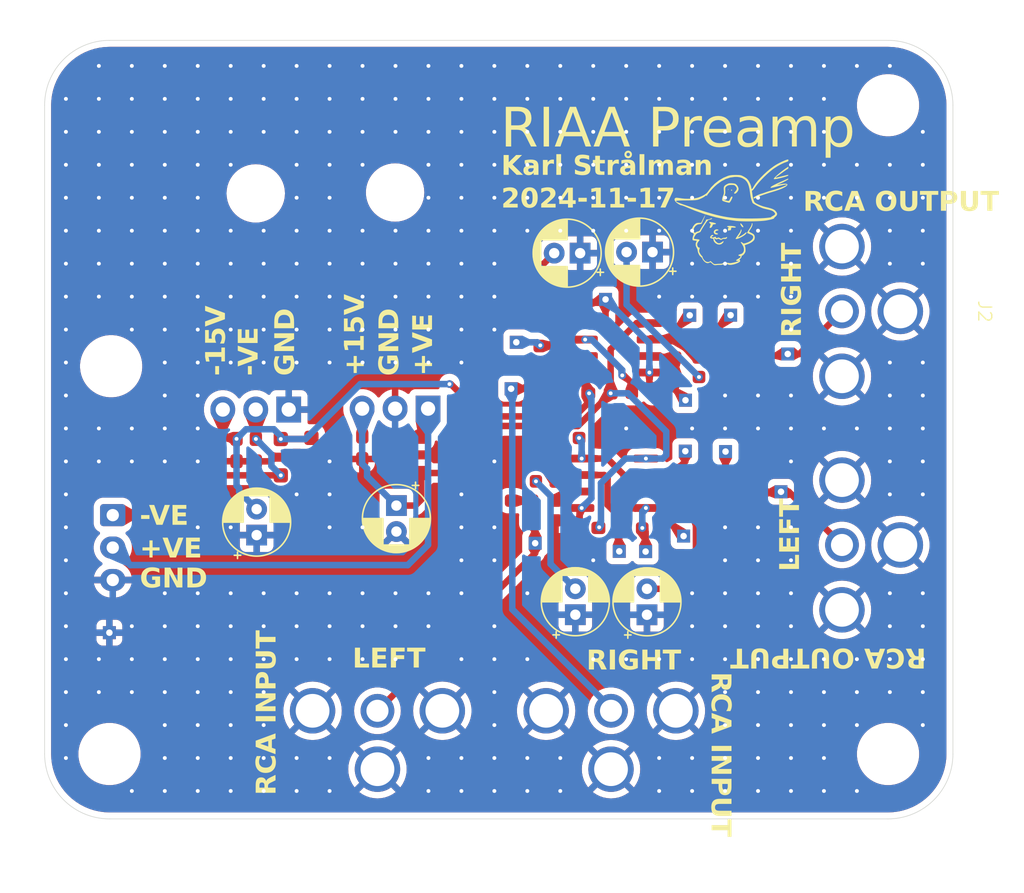
<source format=kicad_pcb>
(kicad_pcb (version 20240108) (generator "pcbnew") (generator_version "8.0")
  (layers (0 "F.Cu" signal) (31 "B.Cu" signal) (34 "B.Paste" user) (35 "F.Paste" user) (36 "B.SilkS" user "B.Silkscreen") (37 "F.SilkS" user "F.Silkscreen") (38 "B.Mask" user) (39 "F.Mask" user) (44 "Edge.Cuts" user))
  (net 0 "")
  (net 1 "/Interfaces/PREAMP_OUT1")
  (net 2 "Net-(C1-Pad1)")
  (net 3 "GND")
  (net 4 "/Interfaces/PREAMP_IN1")
  (net 5 "Net-(C3-Pad1)")
  (net 6 "Net-(U1A--)")
  (net 7 "Net-(C5-Pad2)")
  (net 8 "Net-(C6-Pad2)")
  (net 9 "/RIAA Preamp/-15V")
  (net 10 "/RIAA Preamp/+15V")
  (net 11 "Net-(C11-Pad1)")
  (net 12 "/Interfaces/PREAMP_OUT2")
  (net 13 "/Interfaces/PREAMP_IN2")
  (net 14 "Net-(U2A--)")
  (net 15 "Net-(C10-Pad1)")
  (net 16 "Net-(C12-Pad2)")
  (net 17 "Net-(C13-Pad2)")
  (net 18 "/Interfaces/+VE")
  (net 19 "/Interfaces/-VE")
  (net 20 "Net-(U1A-+)")
  (net 21 "Net-(R2-Pad1)")
  (net 22 "Net-(U1B--)")
  (net 23 "Net-(U1B-+)")
  (net 24 "Net-(U2A-+)")
  (net 25 "Net-(R11-Pad1)")
  (net 26 "Net-(U2B--)")
  (net 27 "Net-(U2B-+)")
  (footprint "TestPoint:TestPoint_THTPad_1.0x1.0mm_Drill0.5mm" (layer "F.Cu") (at 152.08 89.3)
    (property "Reference" "TP7")
    (property "Value" "TestPoint")
  )
  (footprint "Resistor_SMD:R_0603_1608Metric_Pad0.98x0.95mm_HandSolder" (layer "F.Cu") (at 165.22875 90.475)
    (property "Reference" "R3")
    (property "Value" "100k")
  )
  (footprint "Capacitor_SMD:C_0603_1608Metric_Pad1.08x0.95mm_HandSolder" (layer "F.Cu") (at 150.87375 101.505 180)
    (property "Reference" "C9")
    (property "Value" "~")
  )
  (footprint "Capacitor_SMD:C_0603_1608Metric_Pad1.08x0.95mm_HandSolder" (layer "F.Cu") (at 151.11875 91.125 180)
    (property "Reference" "C2")
    (property "Value" "~")
  )
  (footprint "Resistor_SMD:R_0603_1608Metric_Pad0.98x0.95mm_HandSolder" (layer "F.Cu") (at 153.59375 99.1025 90)
    (property "Reference" "R15")
    (property "Value" "4.7k")
  )
  (footprint "Capacitor_SMD:C_0603_1608Metric_Pad1.08x0.95mm_HandSolder" (layer "F.Cu") (at 130.52 97.6025 90)
    (property "Reference" "C19")
    (property "Value" "100n")
  )
  (footprint "Capacitor_SMD:C_0603_1608Metric_Pad1.08x0.95mm_HandSolder" (layer "F.Cu") (at 158.49 93.23)
    (property "Reference" "C7")
    (property "Value" "100n")
  )
  (footprint "TestPoint:TestPoint_THTPad_1.0x1.0mm_Drill0.5mm" (layer "F.Cu") (at 162.04625 105.43)
    (property "Reference" "TP9")
    (property "Value" "TestPoint")
  )
  (footprint "Diode_SMD:D_SOD-123F" (layer "F.Cu") (at 136.29 98.065 90)
    (property "Reference" "D3" (hide yes))
    (property "Value" "1N4002")
  )
  (footprint "Capacitor_SMD:C_0603_1608Metric_Pad1.08x0.95mm_HandSolder" (layer "F.Cu") (at 140.21 97.43 -90)
    (property "Reference" "C16")
    (property "Value" "100n")
  )
  (footprint "PCM_Package_TO_SOT_THT_AKL:TO-220-3_Horizontal_TabUp" (layer "F.Cu") (at 145.28 94.415 180)
    (property "Reference" "U4")
    (property "Value" "L7815" (hide yes))
  )
  (footprint "Diode_SMD:D_SOD-123F" (layer "F.Cu") (at 147.09 98.01 90)
    (property "Reference" "D2" (hide yes))
    (property "Value" "1N4002")
  )
  (footprint "TestPoint:TestPoint_THTPad_1.0x1.0mm_Drill0.5mm" (layer "F.Cu") (at 165.10625 97.69)
    (property "Reference" "TP10")
    (property "Value" "TestPoint")
  )
  (footprint "Capacitor_SMD:C_0603_1608Metric_Pad1.08x0.95mm_HandSolder" (layer "F.Cu") (at 168.34125 99.515)
    (property "Reference" "C11")
    (property "Value" "100n")
  )
  (footprint "Capacitor_THT:CP_Radial_D5.0mm_P2.00mm" (layer "F.Cu") (at 132.07 104.16 90)
    (property "Reference" "C20" (hide yes))
    (property "Value" "10u")
  )
  (footprint "Resistor_SMD:R_0603_1608Metric_Pad0.98x0.95mm_HandSolder" (layer "F.Cu") (at 160.87375 103.645)
    (property "Reference" "R13")
    (property "Value" "180k")
  )
  (footprint "Resistor_SMD:R_0603_1608Metric_Pad0.98x0.95mm_HandSolder" (layer "F.Cu") (at 165.00375 102.505 180)
    (property "Reference" "R16")
    (property "Value" "2.7k")
  )
  (footprint "TestPoint:TestPoint_THTPad_1.0x1.0mm_Drill0.5mm" (layer "F.Cu") (at 173 90.2)
    (property "Reference" "TP5")
    (property "Value" "TestPoint")
  )
  (footprint "Resistor_SMD:R_0603_1608Metric_Pad0.98x0.95mm_HandSolder" (layer "F.Cu") (at 154.38 92.63 180)
    (property "Reference" "R5")
    (property "Value" "47k")
  )
  (footprint "Connector_RCA:RCJ-01_Stereo" (layer "F.Cu") (at 187.68 86.92 -90)
    (property "Reference" "J2")
    (property "Value" "RCA_Output")
  )
  (footprint "Resistor_SMD:R_0603_1608Metric_Pad0.98x0.95mm_HandSolder" (layer "F.Cu") (at 165.25125 88.995)
    (property "Reference" "R2")
    (property "Value" "750")
  )
  (footprint "Capacitor_THT:CP_Radial_D5.0mm_P2.00mm" (layer "F.Cu") (at 162.15 110.3 90)
    (property "Reference" "C13" (hide yes))
    (property "Value" "22u")
  )
  (footprint "TestPoint:TestPoint_THTPad_1.0x1.0mm_Drill0.5mm" (layer "F.Cu") (at 165.44625 87.22)
    (property "Reference" "TP3")
    (property "Value" "TestPoint")
  )
  (footprint "Diode_SMD:D_SOD-123F" (layer "F.Cu") (at 133.93 98.155 -90)
    (property "Reference" "D4" (hide yes))
    (property "Value" "1N4002")
  )
  (footprint "MountingHole:MountingHole_4.3mm_M4_DIN965" (layer "F.Cu") (at 180.73 71.03)
    (property "Reference" "H4")
    (property "Value" "MountingHole")
  )
  (footprint "Capacitor_THT:CP_Radial_D5.0mm_P2.00mm" (layer "F.Cu") (at 157 82.43 180)
    (property "Reference" "C5" (hide yes))
    (property "Value" "22u")
  )
  (footprint "MountingHole:MountingHole_4.3mm_M4_DIN965" (layer "F.Cu") (at 180.73 121.03)
    (property "Reference" "H1")
    (property "Value" "MountingHole")
  )
  (footprint "TestPoint:TestPoint_THTPad_1.0x1.0mm_Drill0.5mm" (layer "F.Cu") (at 160.01625 105.41)
    (property "Reference" "TP14")
    (property "Value" "TestPoint")
  )
  (footprint "Capacitor_SMD:C_0603_1608Metric_Pad1.08x0.95mm_HandSolder" (layer "F.Cu") (at 168.56875 88.995)
    (property "Reference" "C4")
    (property "Value" "100n")
  )
  (footprint "Resistor_SMD:R_0603_1608Metric_Pad0.98x0.95mm_HandSolder" (layer "F.Cu") (at 156.29875 86.255)
    (property "Reference" "R8")
    (property "Value" "10k")
  )
  (footprint "Package_SO:SOIC-8_3.9x4.9mm_P1.27mm" (layer "F.Cu") (at 159.86125 89.725)
    (property "Reference" "U1")
    (property "Value" "NE5532")
  )
  (footprint "Package_SO:SOIC-8_3.9x4.9mm_P1.27mm" (layer "F.Cu") (at 159.59375 100.165)
    (property "Reference" "U2")
    (property "Value" "NE5532")
  )
  (footprint "Capacitor_SMD:C_0603_1608Metric_Pad1.08x0.95mm_HandSolder" (layer "F.Cu") (at 168.56875 90.455)
    (property "Reference" "C1")
    (property "Value" "1u")
  )
  (footprint "Resistor_SMD:R_0603_1608Metric_Pad0.98x0.95mm_HandSolder" (layer "F.Cu") (at 161.89 93.19)
    (property "Reference" "R4")
    (property "Value" "180k")
  )
  (footprint "fluff:kjellc__10x10" (layer "F.Cu") (at 168.03 79.7)
    (property "Reference" "G***" (hide yes))
    (property "Value" "LOGO" (hide yes))
  )
  (footprint "TestPoint:TestPoint_THTPad_1.0x1.0mm_Drill0.5mm" (layer "F.Cu") (at 151.68 92.88)
    (property "Reference" "TP1")
    (property "Value" "TestPoint")
  )
  (footprint "TestPoint:TestPoint_THTPad_1.0x1.0mm_Drill0.5mm" (layer "F.Cu") (at 165.11875 93.765)
    (property "Reference" "TP6")
    (property "Value" "TestPoint")
  )
  (footprint "Capacitor_SMD:C_0603_1608Metric_Pad1.08x0.95mm_HandSolder" (layer "F.Cu") (at 155.11375 99.115 -90)
    (property "Reference" "C10")
    (property "Value" "22n")
  )
  (footprint "Capacitor_THT:CP_Radial_D5.0mm_P2.00mm" (layer "F.Cu") (at 156.63 110.295113 90)
    (property "Reference" "C12" (hide yes))
    (property "Value" "22u" (hide yes))
  )
  (footprint "TestPoint:TestPoint_THTPad_1.0x1.0mm_Drill0.5mm" (layer "F.Cu") (at 168.20625 97.72)
    (property "Reference" "TP11")
    (property "Value" "TestPoint")
  )
  (footprint "Resistor_SMD:R_0603_1608Metric_Pad0.98x0.95mm_HandSolder" (layer "F.Cu") (at 153.87875 88.675 -90)
    (property "Reference" "R6")
    (property "Value" "4.7k")
  )
  (footprint "Connector_RCA:RCJ-01_Stereo" (layer "F.Cu") (at 159.38 128.2 180)
    (property "Reference" "J1" (hide yes))
    (property "Value" "RCA_Input")
  )
  (footprint "Connector_JST:JST_EH_B3B-EH-A_1x03_P2.50mm_Vertical" (layer "F.Cu") (at 120.98 102.62 -90)
    (property "Reference" "J4")
    (property "Value" "Conn_01x03_Socket")
  )
  (footprint "Resistor_SMD:R_0603_1608Metric_Pad0.98x0.95mm_HandSolder" (layer "F.Cu") (at 154.19125 103.025 180)
    (property "Reference" "R14")
    (property "Value" "47k")
  )
  (footprint "MountingHole:MountingHole_4.3mm_M4_DIN965" (layer "F.Cu") (at 120.73 121.03)
    (property "Reference" "H3")
    (property "Value" "MountingHole")
  )
  (footprint "Diode_SMD:D_SOD-123F" (layer "F.Cu") (at 144.75 97.975 -90)
    (property "Reference" "D1" (hide yes))
    (property "Value" "1N4002")
  )
  (footprint "MountingHole:MountingHole_4.3mm_M4_DIN965" (layer "F.Cu") (at 120.856 91.1424)
    (property "Reference" "H2")
    (property "Value" "MountingHole")
  )
  (footprint "TestPoint:TestPoint_THTPad_1.0x1.0mm_Drill0.5mm" (layer "F.Cu") (at 153.53375 104.785)
    (property "Reference" "TP8")
    (property "Value" "TestPoint")
  )
  (footprint "Capacitor_SMD:C_0603_1608Metric_Pad1.08x0.95mm_HandSolder" (layer "F.Cu") (at 157.54375 103.605)
    (property "Reference" "C14")
    (property "Value" "100n")
  )
  (footprint "TestPoint:TestPoint_THTPad_1.0x1.0mm_Drill0.5mm" (layer "F.Cu") (at 172.48 100.82 180)
    (property "Reference" "TP12")
    (property "Value" "TestPoint")
  )
  (footprint "TestPoint:TestPoint_THTPad_1.0x1.0mm_Drill0.5mm" (layer "F.Cu") (at 120.72 111.68 180)
    (property "Reference" "TP15")
    (property "Value" "TestPoint")
  )
  (footprint "Capacitor_THT:CP_Radial_D5.0mm_P2.00mm" (layer "F.Cu") (at 142.84 101.884888 -90)
    (property "Reference" "C17" (hide yes))
    (property "Value" "10u")
  )
  (footprint "TestPoint:TestPoint_THTPad_1.0x1.0mm_Drill0.5mm" (layer "F.Cu") (at 164.97375 104.235)
    (property "Reference" "TP13")
    (property "Value" "TestPoint")
  )
  (footprint "Capacitor_SMD:C_0603_1608Metric_Pad1.08x0.95mm_HandSolder" (layer "F.Cu") (at 142.86 97.43 -90)
    (property "Reference" "C15")
    (property "Value" "100n")
  )
  (footprint "Capacitor_SMD:C_0603_1608Metric_Pad1.08x0.95mm_HandSolder" (layer "F.Cu") (at 132.01 97.6125 90)
    (property "Reference" "C18")
    (property "Value" "100n")
  )
  (footprint "Resistor_SMD:R_0603_1608Metric_Pad0.98x0.95mm_HandSolder" (layer "F.Cu") (at 164.99375 99.505)
    (property "Reference" "R11")
    (property "Value" "750")
  )
  (footprint "Resistor_SMD:R_0603_1608Metric_Pad0.98x0.95mm_HandSolder" (layer "F.Cu") (at 165.24875 91.975 180)
    (property "Reference" "R7")
    (property "Value" "2.7k")
  )
  (footprint "Resistor_SMD:R_0603_1608Metric_Pad0.98x0.95mm_HandSolder" (layer "F.Cu") (at 170.73375 99.96 -90)
    (property "Reference" "R18")
    (property "Value" "100k")
  )
  (footprint "Capacitor_SMD:C_0603_1608Metric_Pad1.08x0.95mm_HandSolder" (layer "F.Cu") (at 168.33375 101.005)
    (property "Reference" "C8")
    (property "Value" "1u")
  )
  (footprint "Resistor_SMD:R_0603_1608Metric_Pad0.98x0.95mm_HandSolder" (layer "F.Cu") (at 171.02 89.42 -90)
    (property "Reference" "R9")
    (property "Value" "100k")
  )
  (footprint "Resistor_SMD:R_0603_1608Metric_Pad0.98x0.95mm_HandSolder" (layer "F.Cu") (at 164.98375 101.005)
    (property "Reference" "R12")
    (property "Value" "100k")
  )
  (footprint "Resistor_SMD:R_0603_1608Metric_Pad0.98x0.95mm_HandSolder" (layer "F.Cu") (at 154.47125 91.115)
    (property "Reference" "R1")
    (property "Value" "2.2k")
  )
  (footprint "Resistor_SMD:R_0603_1608Metric_Pad0.98x0.95mm_HandSolder" (layer "F.Cu") (at 154.20375 101.505)
    (property "Reference" "R10")
    (property "Value" "2.2k")
  )
  (footprint "TestPoint:TestPoint_THTPad_1.0x1.0mm_Drill0.5mm" (layer "F.Cu") (at 158.95875 85.995)
    (property "Reference" "TP2")
    (property "Value" "TestPoint")
  )
  (footprint "Resistor_SMD:R_0603_1608Metric_Pad0.98x0.95mm_HandSolder" (layer "F.Cu") (at 156.00375 96.675)
    (property "Reference" "R17")
    (property "Value" "10k")
  )
  (footprint "PCM_Package_TO_SOT_THT_AKL:TO-220-3_Horizontal_TabUp" (layer "F.Cu") (at 134.54 94.485 180)
    (property "Reference" "U5")
    (property "Value" "L7915" (hide yes))
  )
  (footprint "TestPoint:TestPoint_THTPad_1.0x1.0mm_Drill0.5mm" (layer "F.Cu") (at 168.59625 87.21)
    (property "Reference" "TP4")
    (property "Value" "TestPoint")
  )
  (footprint "Capacitor_SMD:C_0603_1608Metric_Pad1.08x0.95mm_HandSolder" (layer "F.Cu") (at 155.38875 88.675 -90)
    (property "Reference" "C3")
    (property "Value" "22n")
  )
  (footprint "Capacitor_THT:CP_Radial_D5.0mm_P2.00mm" (layer "F.Cu") (at 162.58 82.35 180)
    (property "Reference" "C6" (hide yes))
    (property "Value" "22u")
  )
  (gr_line (start 185.73 71.03) (end 185.73 121.03) (stroke (width 0.05)) (layer "Edge.Cuts"))
  (gr_arc (start 115.73 71.03) (mid 117.194466 67.494466) (end 120.73 66.03) (stroke (width 0.05)) (layer "Edge.Cuts"))
  (gr_line (start 120.73 66.03) (end 180.73 66.03) (stroke (width 0.05)) (layer "Edge.Cuts"))
  (gr_arc (start 120.73 126.03) (mid 117.194466 124.565534) (end 115.73 121.03) (stroke (width 0.05)) (layer "Edge.Cuts"))
  (gr_line (start 180.73 126.03) (end 120.73 126.03) (stroke (width 0.05)) (layer "Edge.Cuts"))
  (gr_arc (start 180.73 66.03) (mid 184.265534 67.494466) (end 185.73 71.03) (stroke (width 0.05)) (layer "Edge.Cuts"))
  (gr_arc (start 185.73 121.03) (mid 184.265534 124.565534) (end 180.73 126.03) (stroke (width 0.05)) (layer "Edge.Cuts"))
  (gr_line (start 115.73 121.03) (end 115.73 71.03) (stroke (width 0.05)) (layer "Edge.Cuts"))
  (gr_text "RCA OUTPUT" (at 183.67 112.66 180) (layer "F.SilkS") (effects (font (size 1.5 1.5) (thickness 0.3) (bold yes)) (justify left bottom)))
  (gr_text "+15V" (at 140.58 91.89 90) (layer "F.SilkS") (effects (font (size 1.5 1.5) (thickness 0.3) (bold yes)) (justify left bottom)))
  (gr_text "-15V" (at 129.88 91.89 90) (layer "F.SilkS") (effects (font (size 1.5 1.5) (thickness 0.3) (bold yes)) (justify left bottom)))
  (gr_text "RIAA Preamp" (at 150.86 74.72 0) (layer "F.SilkS") (effects (font (size 3 3) (thickness 0.1)) (justify left bottom)))
  (gr_text "RIGHT" (at 157.48 114.77 0) (layer "F.SilkS") (effects (font (size 1.5 1.5) (thickness 0.3) (bold yes)) (justify left bottom)))
  (gr_text "LEFT" (at 174.12 106.96 90) (layer "F.SilkS") (effects (font (size 1.5 1.5) (thickness 0.3) (bold yes)) (justify left bottom)))
  (gr_text "LEFT" (at 139.45 114.62 0) (layer "F.SilkS") (effects (font (size 1.5 1.5) (thickness 0.3) (bold yes)) (justify left bottom)))
  (gr_text "-VE" (at 132.4 91.89 90) (layer "F.SilkS") (effects (font (size 1.5 1.5) (thickness 0.3) (bold yes)) (justify left bottom)))
  (gr_text "RCA INPUT" (at 133.78 124.21 90) (layer "F.SilkS") (effects (font (size 1.5 1.5) (thickness 0.3) (bold yes)) (justify left bottom)))
  (gr_text "+VE" (at 123.05 106.14 0) (layer "F.SilkS") (effects (font (size 1.5 1.5) (thickness 0.3) (bold yes)) (justify left bottom)))
  (gr_text "+VE" (at 145.84 91.89 90) (layer "F.SilkS") (effects (font (size 1.5 1.5) (thickness 0.3) (bold yes)) (justify left bottom)))
  (gr_text "GND" (at 123.06 108.45 0) (layer "F.SilkS") (effects (font (size 1.5 1.5) (thickness 0.3) (bold yes)) (justify left bottom)))
  (gr_text "RCA OUTPUT" (at 174.18 79.42 0) (layer "F.SilkS") (effects (font (size 1.5 1.5) (thickness 0.3) (bold yes)) (justify left bottom)))
  (gr_text "GND" (at 135.21 91.89 90) (layer "F.SilkS") (effects (font (size 1.5 1.5) (thickness 0.3) (bold yes)) (justify left bottom)))
  (gr_text "Karl Strålman\n2024-11-17" (at 150.91 79.17 0) (layer "F.SilkS") (effects (font (size 1.5 1.5) (thickness 0.3) (bold yes)) (justify left bottom)))
  (gr_text "-VE" (at 123.05 103.62 0) (layer "F.SilkS") (effects (font (size 1.5 1.5) (thickness 0.3) (bold yes)) (justify left bottom)))
  (gr_text "GND" (at 143.24 91.89 90) (layer "F.SilkS") (effects (font (size 1.5 1.5) (thickness 0.3) (bold yes)) (justify left bottom)))
  (gr_text "RIGHT" (at 174.27 88.93 90) (layer "F.SilkS") (effects (font (size 1.5 1.5) (thickness 0.3) (bold yes)) (justify left bottom)))
  (gr_text "RCA INPUT" (at 166.88 114.7 -90) (layer "F.SilkS") (effects (font (size 1.5 1.5) (thickness 0.3) (bold yes)) (justify left bottom)))
  (segment (start 171.02 90.3325) (end 172.8675 90.3325) (width 0.5) (layer "F.Cu") (net 1))
  (segment (start 173.9 90.2) (end 177.18 86.92) (width 0.5) (layer "F.Cu") (net 1))
  (segment (start 173 90.2) (end 173.9 90.2) (width 0.5) (layer "F.Cu") (net 1))
  (segment (start 169.43125 90.455) (end 170.8975 90.455) (width 0.5) (layer "F.Cu") (net 1))
  (segment (start 167.70625 88.1) (end 168.59625 87.21) (width 0.5) (layer "F.Cu") (net 2))
  (segment (start 167.70625 88.995) (end 166.16375 88.995) (width 0.5) (layer "F.Cu") (net 2))
  (segment (start 167.70625 88.995) (end 167.70625 88.1) (width 0.5) (layer "F.Cu") (net 2))
  (segment (start 167.70625 88.995) (end 167.70625 90.455) (width 0.5) (layer "F.Cu") (net 2))
  (segment (start 171.02 88.5075) (end 169.91875 88.5075) (width 0.5) (layer "F.Cu") (net 3))
  (segment (start 169.20375 99.515) (end 170.26625 99.515) (width 0.5) (layer "F.Cu") (net 3))
  (segment (start 169.91875 88.5075) (end 169.43125 88.995) (width 0.5) (layer "F.Cu") (net 3))
  (segment (start 136.074888 103.38) (end 136.074888 103.015112) (width 0.5) (layer "F.Cu") (net 3))
  (segment (start 170.26625 99.515) (end 170.73375 99.0475) (width 0.5) (layer "F.Cu") (net 3))
  (via (at 130.07 73.08) (size 0.6) (drill 0.3) (layers "F.Cu" "B.Cu") (net 3))
  (via (at 152.93 121.34) (size 0.6) (drill 0.3) (layers "F.Cu" "B.Cu") (net 3))
  (via (at 117.37 85.78) (size 0.6) (drill 0.3) (layers "F.Cu" "B.Cu") (net 3))
  (via (at 170.71 121.34) (size 0.6) (drill 0.3) (layers "F.Cu" "B.Cu") (net 3))
  (via (at 163.09 75.62) (size 0.6) (drill 0.3) (layers "F.Cu" "B.Cu") (net 3))
  (via (at 160.55 80.7) (size 0.6) (drill 0.3) (layers "F.Cu" "B.Cu") (net 3))
  (via (at 160.55 73.08) (size 0.6) (drill 0.3) (layers "F.Cu" "B.Cu") (net 3))
  (via (at 173.25 95.94) (size 0.6) (drill 0.3) (layers "F.Cu" "B.Cu") (net 3))
  (via (at 178.33 68) (size 0.6) (drill 0.3) (layers "F.Cu" "B.Cu") (net 3))
  (via (at 173.25 118.8) (size 0.6) (drill 0.3) (layers "F.Cu" "B.Cu") (net 3))
  (via (at 132.61 80.7) (size 0.6) (drill 0.3) (layers "F.Cu" "B.Cu") (net 3))
  (via (at 152.93 113.72) (size 0.6) (drill 0.3) (layers "F.Cu" "B.Cu") (net 3))
  (via (at 155.47 121.34) (size 0.6) (drill 0.3) (layers "F.Cu" "B.Cu") (net 3))
  (via (at 124.99 113.72) (size 0.6) (drill 0.3) (layers "F.Cu" "B.Cu") (net 3))
  (via (at 168.17 103.56) (size 0.6) (drill 0.3) (layers "F.Cu" "B.Cu") (net 3))
  (via (at 135.15 111.18) (size 0.6) (drill 0.3) (layers "F.Cu" "B.Cu") (net 3))
  (via (at 170.71 113.72) (size 0.6) (drill 0.3) (layers "F.Cu" "B.Cu") (net 3))
  (via (at 124.99 93.4) (size 0.6) (drill 0.3) (layers "F.Cu" "B.Cu") (net 3))
  (via (at 135.15 101.02) (size 0.6) (drill 0.3) (layers "F.Cu" "B.Cu") (net 3))
  (via (at 130.07 68) (size 0.6) (drill 0.3) (layers "F.Cu" "B.Cu") (net 3))
  (via (at 150.39 123.88) (size 0.6) (drill 0.3) (layers "F.Cu" "B.Cu") (net 3))
  (via (at 135.15 88.32) (size 0.6) (drill 0.3) (layers "F.Cu" "B.Cu") (net 3))
  (via (at 124.99 95.94) (size 0.6) (drill 0.3) (layers "F.Cu" "B.Cu") (net 3))
  (via (at 117.37 78.16) (size 0.6) (drill 0.3) (layers "F.Cu" "B.Cu") (net 3))
  (via (at 117.37 103.56) (size 0.6) (drill 0.3) (layers "F.Cu" "B.Cu") (net 3))
  (via (at 175.79 123.88) (size 0.6) (drill 0.3) (layers "F.Cu" "B.Cu") (net 3))
  (via (at 124.99 123.88) (size 0.6) (drill 0.3) (layers "F.Cu" "B.Cu") (net 3))
  (via (at 163.09 85.78) (size 0.6) (drill 0.3) (layers "F.Cu" "B.Cu") (net 3))
  (via (at 183.41 111.18) (size 0.6) (drill 0.3) (layers "F.Cu" "B.Cu") (net 3))
  (via (at 173.25 121.34) (size 0.6) (drill 0.3) (layers "F.Cu" "B.Cu") (net 3))
  (via (at 119.91 116.26) (size 0.6) (drill 0.3) (layers "F.Cu" "B.Cu") (net 3))
  (via (at 150.39 78.16) (size 0.6) (drill 0.3) (layers "F.Cu" "B.Cu") (net 3))
  (via (at 137.69 101.02) (size 0.6) (drill 0.3) (layers "F.Cu" "B.Cu") (net 3))
  (via (at 170.71 83.24) (size 0.6) (drill 0.3) (layers "F.Cu" "B.Cu") (net 3))
  (via (at 132.61 83.24) (size 0.6) (drill 0.3) (layers "F.Cu" "B.Cu") (net 3))
  (via (at 132.61 70.54) (size 0.6) (drill 0.3) (layers "F.Cu" "B.Cu") (net 3))
  (via (at 183.41 108.64) (size 0.6) (drill 0.3) (layers "F.Cu" "B.Cu") (net 3))
  (via (at 152.93 108.64) (size 0.6) (drill 0.3) (layers "F.Cu" "B.Cu") (net 3))
  (via (at 173.25 116.26) (size 0.6) (drill 0.3) (layers "F.Cu" "B.Cu") (net 3))
  (via (at 135.15 75.62) (size 0.6) (drill 0.3) (layers "F.Cu" "B.Cu") (net 3))
  (via (at 117.37 80.7) (size 0.6) (drill 0.3) (layers "F.Cu" "B.Cu") (net 3))
  (via (at 145.31 108.64) (size 0.6) (drill 0.3) (layers "F.Cu" "B.Cu") (net 3))
  (via (at 170.71 78.16) (size 0.6) (drill 0.3) (layers "F.Cu" "B.Cu") (net 3))
  (via (at 117.37 108.64) (size 0.6) (drill 0.3) (layers "F.Cu" "B.Cu") (net 3))
  (via (at 170.71 75.62) (size 0.6) (drill 0.3) (layers "F.Cu" "B.Cu") (net 3))
  (via (at 127.53 118.8) (size 0.6) (drill 0.3) (layers "F.Cu" "B.Cu") (net 3))
  (via (at 119.91 98.48) (size 0.6) (drill 0.3) (layers "F.Cu" "B.Cu") (net 3))
  (via (at 132.61 113.72) (size 0.6) (drill 0.3) (layers "F.Cu" "B.Cu") (net 3))
  (via (at 152.93 70.54) (size 0.6) (drill 0.3) (layers "F.Cu" "B.Cu") (net 3))
  (via (at 132.61 85.78) (size 0.6) (drill 0.3) (layers "F.Cu" "B.Cu") (net 3))
  (via (at 147.85 101.02) (size 0.6) (drill 0.3) (layers "F.Cu" "B.Cu") (net 3))
  (via (at 132.61 111.18) (size 0.6) (drill 0.3) (layers "F.Cu" "B.Cu") (net 3))
  (via (at 135.15 108.64) (size 0.6) (drill 0.3) (layers "F.Cu" "B.Cu") (net 3))
  (via (at 140.23 83.24) (size 0.6) (drill 0.3) (layers "F.Cu" "B.Cu") (net 3))
  (via (at 173.25 78.16) (size 0.6) (drill 0.3) (layers "F.Cu" "B.Cu") (net 3))
  (via (at 135.15 70.54) (size 0.6) (drill 0.3) (layers "F.Cu" "B.Cu") (net 3))
  (via (at 170.71 73.08) (size 0.6) (drill 0.3) (layers "F.Cu" "B.Cu") (net 3))
  (via (at 142.77 90.86) (size 0.6) (drill 0.3) (layers "F.Cu" "B.Cu") (net 3))
  (via (at 117.37 90.86) (size 0.6) (drill 0.3) (layers "F.Cu" "B.Cu") (net 3))
  (via (at 145.31 83.24) (size 0.6) (drill 0.3) (layers "F.Cu" "B.Cu") (net 3))
  (via (at 163.09 70.54) (size 0.6) (drill 0.3) (layers "F.Cu" "B.Cu") (net 3))
  (via (at 127.53 111.18) (size 0.6) (drill 0.3) (layers "F.Cu" "B.Cu") (net 3))
  (via (at 122.45 98.48) (size 0.6) (drill 0.3) (layers "F.Cu" "B.Cu") (net 3))
  (via (at 135.15 73.08) (size 0.6) (drill 0.3) (layers "F.Cu" "B.Cu") (net 3))
  (via (at 145.31 78.16) (size 0.6) (drill 0.3) (layers "F.Cu" "B.Cu") (net 3))
  (via (at 119.91 80.7) (size 0.6) (drill 0.3) (layers "F.Cu" "B.Cu") (net 3))
  (via (at 117.37 106.1) (size 0.6) (drill 0.3) (layers "F.Cu" "B.Cu") (net 3))
  (via (at 178.33 113.72) (size 0.6) (drill 0.3) (layers "F.Cu" "B.Cu") (net 3))
  (via (at 132.61 88.32) (size 0.6) (drill 0.3) (layers "F.Cu" "B.Cu") (net 3))
  (via (at 180.87 90.86) (size 0.6) (drill 0.3) (layers "F.Cu" "B.Cu") (net 3))
  (via (at 117.37 118.8) (size 0.6) (drill 0.3) (layers "F.Cu" "B.Cu") (net 3))
  (via (at 160.55 95.94) (size 0.6) (drill 0.3) (layers "F.Cu" "B.Cu") (net 3))
  (via (at 147.85 88.32) (size 0.6) (drill 0.3) (layers "F.Cu" "B.Cu") (net 3))
  (via (at 142.77 88.32) (size 0.6) (drill 0.3) (layers "F.Cu" "B.Cu") (net 3))
  (via (at 173.25 70.54) (size 0.6) (drill 0.3) (layers "F.Cu" "B.Cu") (net 3))
  (via (at 137.69 111.18) (size 0.6) (drill 0.3) (layers "F.Cu" "B.Cu") (net 3))
  (via (at 137.69 113.72) (size 0.6) (drill 0.3) (layers "F.Cu" "B.Cu") (net 3))
  (via (at 180.87 68) (size 0.6) (drill 0.3) (layers "F.Cu" "B.Cu") (net 3))
  (via (at 178.33 116.26) (size 0.6) (drill 0.3) (layers "F.Cu" "B.Cu") (net 3))
  (via (at 165.63 108.64) (size 0.6) (drill 0.3) (layers "F.Cu" "B.Cu") (net 3))
  (via (at 147.85 75.62) (size 0.6) (drill 0.3) (layers "F.Cu" "B.Cu") (net 3))
  (via (at 168.17 116.26) (size 0.6) (drill 0.3) (layers "F.Cu" "B.Cu") (net 3))
  (via (at 122.45 85.78) (size 0.6) (drill 0.3) (layers "F.Cu" "B.Cu") (net 3))
  (via (at 127.53 73.08) (size 0.6) (drill 0.3) (layers "F.Cu" "B.Cu") (net 3))
  (via (at 124.99 98.48) (size 0.6) (drill 0.3) (layers "F.Cu" "B.Cu") (net 3))
  (via (at 158.01 70.54) (size 0.6) (drill 0.3) (layers "F.Cu" "B.Cu") (net 3))
  (via (at 119.91 85.78) (size 0.6) (drill 0.3) (layers "F.Cu" "B.Cu") (net 3))
  (via (at 127.53 85.78) (size 0.6) (drill 0.3) (layers "F.Cu" "B.Cu") (net 3))
  (via (at 178.33 75.62) (size 0.6) (drill 0.3) (layers "F.Cu" "B.Cu") (net 3))
  (via (at 175.79 95.94) (size 0.6) (drill 0.3) (layers "F.Cu" "B.Cu") (net 3))
  (via (at 165.63 80.7) (size 0.6) (drill 0.3) (layers "F.Cu" "B.Cu") (net 3))
  (via (at 140.23 88.32) (size 0.6) (drill 0.3) (layers "F.Cu" "B.Cu") (net 3))
  (via (at 119.91 95.94) (size 0.6) (drill 0.3) (layers "F.Cu" "B.Cu") (net 3))
  (via (at 117.37 88.32) (size 0.6) (drill 0.3) (layers "F.Cu" "B.Cu") (net 3))
  (via (at 175.79 78.16) (size 0.6) (drill 0.3) (layers "F.Cu" "B.Cu") (net 3))
  (via (at 173.25 73.08) (size 0.6) (drill 0.3) (layers "F.Cu" "B.Cu") (net 3))
  (via (at 175.79 118.8) (size 0.6) (drill 0.3) (layers "F.Cu" "B.Cu") (net 3))
  (via (at 168.17 83.24) (size 0.6) (drill 0.3) (layers "F.Cu" "B.Cu") (net 3))
  (via (at 117.37 121.34) (size 0.6) (drill 0.3) (layers "F.Cu" "B.Cu") (net 3))
  (via (at 124.99 116.26) (size 0.6) (drill 0.3) (layers "F.Cu" "B.Cu") (net 3))
  (via (at 150.39 103.56) (size 0.6) (drill 0.3) (layers "F.Cu" "B.Cu") (net 3))
  (via (at 175.79 68) (size 0.6) (drill 0.3) (layers "F.Cu" "B.Cu") (net 3))
  (via (at 163.09 80.7) (size 0.6) (drill 0.3) (layers "F.Cu" "B.Cu") (net 3))
  (via (at 168.17 106.1) (size 0.6) (drill 0.3) (layers "F.Cu" "B.Cu") (net 3))
  (via (at 180.87 78.16) (size 0.6) (drill 0.3) (layers "F.Cu" "B.Cu") (net 3))
  (via (at 173.25 98.48) (size 0.6) (drill 0.3) (layers "F.Cu" "B.Cu") (net 3))
  (via (at 145.31 90.86) (size 0.6) (drill 0.3) (layers "F.Cu" "B.Cu") (net 3))
  (via (at 145.31 80.7) (size 0.6) (drill 0.3) (layers "F.Cu" "B.Cu") (net 3))
  (via (at 130.07 116.26) (size 0.6) (drill 0.3) (layers "F.Cu" "B.Cu") (net 3))
  (via (at 173.25 88.32) (size 0.6) (drill 0.3) (layers "F.Cu" "B.Cu") (net 3))
  (via (at 158.01 78.16) (size 0.6) (drill 0.3) (layers "F.Cu" "B.Cu") (net 3))
  (via (at 122.45 68) (size 0.6) (drill 0.3) (layers "F.Cu" "B.Cu") (net 3))
  (via (at 150.39 88.32) (size 0.6) (drill 0.3) (layers "F.Cu" "B.Cu") (net 3))
  (via (at 147.85 106.1) (size 0.6) (drill 0.3) (layers "F.Cu" "B.Cu") (net 3))
  (via (at 170.71 118.8) (size 0.6) (drill 0.3) (layers "F.Cu" "B.Cu") (net 3))
  (via (at 142.77 80.7) (size 0.6) (drill 0.3) (layers "F.Cu" "B.Cu") (net 3))
  (via (at 147.85 73.08) (size 0.6) (drill 0.3) (layers "F.Cu" "B.Cu") (net 3))
  (via (at 140.23 111.18) (size 0.6) (drill 0.3) (layers "F.Cu" "B.Cu") (net 3))
  (via (at 165.63 75.62) (size 0.6) (drill 0.3) (layers "F.Cu" "B.Cu") (net 3))
  (via (at 165.63 111.18) (size 0.6) (drill 0.3) (layers "F.Cu" "B.Cu") (net 3))
  (via (at 147.85 83.24) (size 0.6) (drill 0.3) (layers "F.Cu" "B.Cu") (net 3))
  (via (at 122.45 78.16) (size 0.6) (drill 0.3) (layers "F.Cu" "B.Cu") (net 3))
  (via (at 137.69 85.78) (size 0.6) (drill 0.3) (layers "F.Cu" "B.Cu") (net 3))
  (via (at 152.93 75.62) (size 0.6) (drill 0.3) (layers "F.Cu" "B.Cu") (net 3))
  (via (at 124.99 111.18) (size 0.6) (drill 0.3) (layers "F.Cu" "B.Cu") (net 3))
  (via (at 158.01 73.08) (size 0.6) (drill 0.3) (layers "F.Cu" "B.Cu") (net 3))
  (via (at 140.23 90.86) (size 0.6) (drill 0.3) (layers "F.Cu" "B.Cu") (net 3))
  (via (at 124.99 121.34) (size 0.6) (drill 0.3) (layers "F.Cu" "B.Cu") (net 3))
  (via (at 165.63 83.24) (size 0.6) (drill 0.3) (layers "F.Cu" "B.Cu") (net 3))
  (via (at 142.77 70.54) (size 0.6) (drill 0.3) (layers "F.Cu" "B.Cu") (net 3))
  (via (at 183.41 83.24) (size 0.6) (drill 0.3) (layers "F.Cu" "B.Cu") (net 3))
  (via (at 132.61 121.34) (size 0.6) (drill 0.3) (layers "F.Cu" "B.Cu") (net 3))
  (via (at 180.87 116.26) (size 0.6) (drill 0.3) (layers "F.Cu" "B.Cu") (net 3))
  (via (at 178.33 123.88) (size 0.6) (drill 0.3) (layers "F.Cu" "B.Cu") (net 3))
  (via (at 127.53 78.16) (size 0.6) (drill 0.3) (layers "F.Cu" "B.Cu") (net 3))
  (via (at 119.91 73.08) (size 0.6) (drill 0.3) (layers "F.Cu" "B.Cu") (net 3))
  (via (at 137.69 98.48) (size 0.6) (drill 0.3) (layers "F.Cu" "B.Cu") (net 3))
  (via (at 168.17 93.4) (size 0.6) (drill 0.3) (layers "F.Cu" "B.Cu") (net 3))
  (via (at 173.25 113.72) (size 0.6) (drill 0.3) (layers "F.Cu" "B.Cu") (net 3))
  (via (at 155.47 73.08) (size 0.6) (drill 0.3) (layers "F.Cu" "B.Cu") (net 3))
  (via (at 145.31 88.32) (size 0.6) (drill 0.3) (layers "F.Cu" "B.Cu") (net 3))
  (via (at 140.23 70.54) (size 0.6) (drill 0.3) (layers "F.Cu" "B.Cu") (net 3))
  (via (at 150.39 118.8) (size 0.6) (drill 0.3) (layers "F.Cu" "B.Cu") (net 3))
  (via (at 168.17 111.18) (size 0.6) (drill 0.3) (layers "F.Cu" "B.Cu") (net 3))
  (via (at 124.99 85.78) (size 0.6) (drill 0.3) (layers "F.Cu" "B.Cu") (net 3))
  (via (at 130.07 80.7) (size 0.6) (drill 0.3) (layers "F.Cu" "B.Cu") (net 3))
  (via (at 122.45 70.54) (size 0.6) (drill 0.3) (layers "F.Cu" "B.Cu") (net 3))
  (via (at 145.31 123.88) (size 0.6) (drill 0.3) (layers "F.Cu" "B.Cu") (net 3))
  (via (at 124.99 68) (size 0.6) (drill 0.3) (layers "F.Cu" "B.Cu") (net 3))
  (via (at 117.37 113.72) (size 0.6) (drill 0.3) (layers "F.Cu" "B.Cu") (net 3))
  (via (at 135.15 113.72) (size 0.6) (drill 0.3) (layers "F.Cu" "B.Cu") (net 3))
  (via (at 137.69 123.88) (size 0.6) (drill 0.3) (layers "F.Cu" "B.Cu") (net 3))
  (via (at 150.39 68) (size 0.6) (drill 0.3) (layers "F.Cu" "B.Cu") (net 3))
  (via (at 127.53 95.94) (size 0.6) (drill 0.3) (layers "F.Cu" "B.Cu") (net 3))
  (via (at 137.69 75.62) (size 0.6) (drill 0.3) (layers "F.Cu" "B.Cu") (net 3))
  (via (at 145.31 85.78) (size 0.6) (drill 0.3) (layers "F.Cu" "B.Cu") (net 3))
  (via (at 178.33 78.16) (size 0.6) (drill 0.3) (layers "F.Cu" "B.Cu") (net 3))
  (via (at 180.87 111.18) (size 0.6) (drill 0.3) (layers "F.Cu" "B.Cu") (net 3))
  (via (at 168.17 68) (size 0.6) (drill 0.3) (layers "F.Cu" "B.Cu") (net 3))
  (via (at 140.23 80.7) (size 0.6) (drill 0.3) (layers "F.Cu" "B.Cu") (net 3))
  (via (at 173.25 68) (size 0.6) (drill 0.3) (layers "F.Cu" "B.Cu") (net 3))
  (via (at 122.45 73.08) (size 0.6) (drill 0.3) (layers "F.Cu" "B.Cu") (net 3))
  (via (at 180.87 98.48) (size 0.6) (drill 0.3) (layers "F.Cu" "B.Cu") (net 3))
  (via (at 140.23 108.64) (size 0.6) (drill 0.3) (layers "F.Cu" "B.Cu") (net 3))
  (via (at 183.41 98.48) (size 0.6) (drill 0.3) (layers "F.Cu" "B.Cu") (net 3))
  (via (at 152.93 80.7) (size 0.6) (drill 0.3) (layers "F.Cu" "B.Cu") (net 3))
  (via (at 135.15 83.24) (size 0.6) (drill 0.3) (layers "F.Cu" "B.Cu") (net 3))
  (via (at 117.37 98.48) (size 0.6) (drill 0.3) (layers "F.Cu" "B.Cu") (net 3))
  (via (at 119.91 70.54) (size 0.6) (drill 0.3) (layers "F.Cu" "B.Cu") (net 3))
  (via (at 180.87 113.72) (size 0.6) (drill 0.3) (layers "F.Cu" "B.Cu") (net 3))
  (via (at 150.39 106.1) (size 0.6) (drill 0.3) (layers "F.Cu" "B.Cu") (net 3))
  (via (at 145.31 111.18) (size 0.6) (drill 0.3) (layers "F.Cu" "B.Cu") (net 3))
  (via (at 142.77 111.18) (size 0.6) (drill 0.3) (layers "F.Cu" "B.Cu") (net 3))
  (via (at 173.25 75.62) (size 0.6) (drill 0.3) (layers "F.Cu" "B.Cu") (net 3))
  (via (at 155.47 70.54) (size 0.6) (drill 0.3) (layers "F.Cu" "B.Cu") (net 3))
  (via (at 145.31 73.08) (size 0.6) (drill 0.3) (layers "F.Cu" "B.Cu") (net 3))
  (via (at 137.69 103.56) (size 0.6) (drill 0.3) (layers "F.Cu" "B.Cu") (net 3))
  (via (at 142.77 83.24) (size 0.6) (drill 0.3) (layers "F.Cu" "B.Cu") (net 3))
  (via (at 130.07 118.8) (size 0.6) (drill 0.3) (layers "F.Cu" "B.Cu") (net 3))
  (via (at 183.41 80.7) (size 0.6) (drill 0.3) (layers "F.Cu" "B.Cu") (net 3))
  (via (at 130.07 85.78) (size 0.6) (drill 0.3) (layers "F.Cu" "B.Cu") (net 3))
  (via (at 147.85 90.86) (size 0.6) (drill 0.3) (layers "F.Cu" "B.Cu") (net 3))
  (via (at 147.85 80.7) (size 0.6) (drill 0.3) (layers "F.Cu" "B.Cu") (net 3))
  (via (at 145.31 70.54) (size 0.6) (drill 0.3) (layers "F.Cu" "B.Cu") (net 3))
  (via (at 152.93 78.16) (size 0.6) (drill 0.3) (layers "F.Cu" "B.Cu") (net 3))
  (via (at 152.93 68) (size 0.6) (drill 0.3) (layers "F.Cu" "B.Cu") (net 3))
  (via (at 150.39 83.24) (size 0.6) (drill 0.3) (layers "F.Cu" "B.Cu") (net 3))
  (via (at 183.41 113.72) (size 0.6) (drill 0.3) (layers "F.Cu" "B.Cu") (net 3))
  (via (at 124.99 80.7) (size 0.6) (drill 0.3) (layers "F.Cu" "B.Cu") (net 3))
  (via (at 160.55 78.16) (size 0.6) (drill 0.3) (layers "F.Cu" "B.Cu") (net 3))
  (via (at 117.37 93.4) (size 0.6) (drill 0.3) (layers "F.Cu" "B.Cu") (net 3))
  (via (at 160.55 70.54) (size 0.6) (drill 0.3) (layers "F.Cu" "B.Cu") (net 3))
  (via (at 147.85 121.34) (size 0.6) (drill 0.3) (layers "F.Cu" "B.Cu") (net 3))
  (via (at 132.61 73.08) (size 0.6) (drill 0.3) (layers "F.Cu" "B.Cu") (net 3))
  (via (at 158.01 113.72) (size 0.6) (drill 0.3) (layers "F.Cu" "B.Cu") (net 3))
  (via (at 147.85 123.88) (size 0.6) (drill 0.3) (layers "F.Cu" "B.Cu") (net 3))
  (via (at 127.53 88.32) (size 0.6) (drill 0.3) (layers "F.Cu" "B.Cu") (net 3))
  (via (at 158.01 68) (size 0.6) (drill 0.3) (layers "F.Cu" "B.Cu") (net 3))
  (via (at 150.39 121.34) (size 0.6) (drill 0.3) (layers "F.Cu" "B.Cu") (net 3))
  (via (at 180.87 95.94) (size 0.6) (drill 0.3) (layers "F.Cu" "B.Cu") (net 3))
  (via (at 165.63 121.34) (size 0.6) (drill 0.3) (layers "F.Cu" "B.Cu") (net 3))
  (via (at 152.93 73.08) (size 0.6) (drill 0.3) (layers "F.Cu" "B.Cu") (net 3))
  (via (at 168.17 78.16) (size 0.6) (drill 0.3) (layers "F.Cu" "B.Cu") (net 3))
  (via (at 147.85 85.78) (size 0.6) (drill 0.3) (layers "F.Cu" "B.Cu") (net 3))
  (via (at 173.25 106.1) (size 0.6) (drill 0.3) (layers "F.Cu" "B.Cu") (net 3))
  (via (at 127.53 68) (size 0.6) (drill 0.3) (layers "F.Cu" "B.Cu") (net 3))
  (via (at 150.39 73.08) (size 0.6) (drill 0.3) (layers "F.Cu" "B.Cu") (net 3))
  (via (at 124.99 90.86) (size 0.6) (drill 0.3) (layers "F.Cu" "B.Cu") (net 3))
  (via (at 124.99 88.32) (size 0.6) (drill 0.3) (layers "F.Cu" "B.Cu") (net 3))
  (via (at 168.17 85.78) (size 0.6) (drill 0.3) (layers "F.Cu" "B.Cu") (net 3))
  (via (at 137.69 70.54) (size 0.6) (drill 0.3) (layers "F.Cu" "B.Cu") (net 3))
  (via (at 127.53 113.72) (size 0.6) (drill 0.3) (layers "F.Cu" "B.Cu") (net 3))
  (via (at 142.77 85.78) (size 0.6) (drill 0.3) (layers "F.Cu" "B.Cu") (net 3))
  (via (at 180.87 93.4) (size 0.6) (drill 0.3) (layers "F.Cu" "B.Cu") (net 3))
  (via (at 165.63 113.72) (size 0.6) (drill 0.3) (layers "F.Cu" "B.Cu") (net 3))
  (via (at 163.09 123.88) (size 0.6) (drill 0.3) (layers "F.Cu" "B.Cu") (net 3))
  (via (at 117.37 70.54) (size 0.6) (drill 0.3) (layers "F.Cu" "B.Cu") (net 3))
  (via (at 137.69 68) (size 0.6) (drill 0.3) (layers "F.Cu" "B.Cu") (net 3))
  (via (at 160.55 113.72) (size 0.6) (drill 0.3) (layers "F.Cu" "B.Cu") (net 3))
  (via (at 155.47 68) (size 0.6) (drill 0.3) (layers "F.Cu" "B.Cu") (net 3))
  (via (at 127.53 93.4) (size 0.6) (drill 0.3) (layers "F.Cu" "B.Cu") (net 3))
  (via (at 173.25 111.18) (size 0.6) (drill 0.3) (layers "F.Cu" "B.Cu") (net 3))
  (via (at 119.91 83.24) (size 0.6) (drill 0.3) (layers "F.Cu" "B.Cu") (net 3))
  (via (at 183.41 116.26) (size 0.6) (drill 0.3) (layers "F.Cu" "B.Cu") (net 3))
  (via (at 168.17 75.62) (size 0.6) (drill 0.3) (layers "F.Cu" "B.Cu") (net 3))
  (via (at 145.31 121.34) (size 0.6) (drill 0.3) (layers "F.Cu" "B.Cu") (net 3))
  (via (at 130.07 123.88) (size 0.6) (drill 0.3) (layers "F.Cu" "B.Cu") (net 3))
  (via (at 132.61 118.8) (size 0.6) (drill 0.3) (layers "F.Cu" "B.Cu") (net 3))
  (via (at 160.55 75.62) (size 0.6) (drill 0.3) (layers "F.Cu" "B.Cu") (net 3))
  (via (at 137.69 90.86) (size 0.6) (drill 0.3) (layers "F.Cu" "B.Cu") (net 3))
  (via (at 130.07 111.18) (size 0.6) (drill 0.3) (layers "F.Cu" "B.Cu") (net 3))
  (via (at 130.07 75.62) (size 0.6) (drill 0.3) (layers "F.Cu" "B.Cu") (net 3))
  (via (at 183.41 95.94) (size 0.6) (drill 0.3) (layers "F.Cu" "B.Cu") (net 3))
  (via (at 124.99 75.62) (size 0.6) (drill 0.3) (layers "F.Cu" "B.Cu") (net 3))
  (via (at 178.33 95.94) (size 0.6) (drill 0.3) (layers "F.Cu" "B.Cu") (net 3))
  (via (at 163.09 73.08) (size 0.6) (drill 0.3) (layers "F.Cu" "B.Cu") (net 3))
  (via (at 127.53 83.24) (size 0.6) (drill 0.3) (layers "F.Cu" "B.Cu") (net 3))
  (via (at 175.79 121.34) (size 0.6) (drill 0.3) (layers "F.Cu" "B.Cu") (net 3))
  (via (at 168.17 95.94) (size 0.6) (drill 0.3) (layers "F.Cu" "B.Cu") (net 3))
  (via (at 140.23 103.56) (size 0.6) (drill 0.3) (layers "F.Cu" "B.Cu") (net 3))
  (via (at 117.37 111.18) (size 0.6) (drill 0.3) (layers "F.Cu" "B.Cu") (net 3))
  (via (at 147.85 108.64) (size 0.6) (drill 0.3) (layers "F.Cu" "B.Cu") (net 3))
  (via (at 142.77 113.72) (size 0.6) (drill 0.3) (layers "F.Cu" "B.Cu") (net 3))
  (via (at 158.01 106.1) (size 0.6) (drill 0.3) (layers "F.Cu" "B.Cu") (net 3))
  (via (at 132.61 90.86) (size 0.6) (drill 0.3) (layers "F.Cu" "B.Cu") (net 3))
  (via (at 183.41 90.86) (size 0.6) (drill 0.3) (layers "F.Cu" "B.Cu") (net 3))
  (via (at 145.31 75.62) (size 0.6) (drill 0.3) (layers "F.Cu" "B.Cu") (net 3))
  (via (at 150.39 85.78) (size 0.6) (drill 0.3) (layers "F.Cu" "B.Cu") (net 3))
  (via (at 147.85 103.56) (size 0.6) (drill 0.3) (layers "F.Cu" "B.Cu") (net 3))
  (via (at 127.53 108.64) (size 0.6) (drill 0.3) (layers "F.Cu" "B.Cu") (net 3))
  (via (at 173.25 108.64) (size 0.6) (drill 0.3) (layers "F.Cu" "B.Cu") (net 3))
  (via (at 173.25 83.24) (size 0.6) (drill 0.3) (layers "F.Cu" "B.Cu") (net 3))
  (via (at 142.77 73.08) (size 0.6) (drill 0.3) (layers "F.Cu" "B.Cu") (net 3))
  (via (at 163.09 113.72) (size 0.6) (drill 0.3) (layers "F.Cu" "B.Cu") (net 3))
  (via (at 173.25 80.7) (size 0.6) (drill 0.3) (layers "F.Cu" "B.Cu") (net 3))
  (via (at 150.39 111.18) (size 0.6) (drill 0.3) (layers "F.Cu" "B.Cu") (net 3))
  (via (at 180.87 101.02) (size 0.6) (drill 0.3) (layers "F.Cu" "B.Cu") (net 3))
  (via (at 135.15 78.16) (size 0.6) (drill 0.3) (layers "F.Cu" "B.Cu") (net 3))
  (via (at 163.09 121.34) (size 0.6) (drill 0.3) (layers "F.Cu" "B.Cu") (net 3))
  (via (at 170.71 103.56) (size 0.6) (drill 0.3) (layers "F.Cu" "B.Cu") (net 3))
  (via (at 127.53 98.48) (size 0.6) (drill 0.3) (layers "F.Cu" "B.Cu") (net 3))
  (via (at 183.41 75.62) (size 0.6) (drill 0.3) (layers "F.Cu" "B.Cu") (net 3))
  (via (at 152.93 123.88) (size 0.6) (drill 0.3) (layers "F.Cu" "B.Cu") (net 3))
  (via (at 175.79 116.26) (size 0.6) (drill 0.3) (layers "F.Cu" "B.Cu") (net 3))
  (via (at 163.09 68) (size 0.6) (drill 0.3) (layers "F.Cu" "B.Cu") (net 3))
  (via (at 124.99 78.16) (size 0.6) (drill 0.3) (layers "F.Cu" "B.Cu") (net 3))
  (via (at 147.85 78.16) (size 0.6) (drill 0.3) (layers "F.Cu" "B.Cu") (net 3))
  (via (at 132.61 123.88) (size 0.6) (drill 0.3) (layers "F.Cu" "B.Cu") (net 3))
  (via (at 170.71 123.88) (size 0.6) (drill 0.3) (layers "F.Cu" "B.Cu") (net 3))
  (via (at 173.25 103.56) (size 0.6) (drill 0.3) (layers "F.Cu" "B.Cu") (net 3))
  (via (at 137.69 88.32) (size 0.6) (drill 0.3) (layers "F.Cu" "B.Cu") (net 3))
  (via (at 130.07 70.54) (size 0.6) (drill 0.3) (layers "F.Cu" "B.Cu") (net 3))
  (via (at 183.41 93.4) (size 0.6) (drill 0.3) (layers "F.Cu" "B.Cu") (net 3))
  (via (at 132.61 116.26) (size 0.6) (drill 0.3) (layers "F.Cu" "B.Cu") (net 3))
  (via (at 122.45 80.7) (size 0.6) (drill 0.3) (layers "F.Cu" "B.Cu") (net 3))
  (via (at 130.07 121.34) (size 0.6) (drill 0.3) (layers "F.Cu" "B.Cu") (net 3))
  (via (at 130.07 83.24) (size 0.6) (drill 0.3) (layers "F.Cu" "B.Cu") (net 3))
  (via (at 122.45 116.26) (size 0.6) (drill 0.3) (layers "F.Cu" "B.Cu") (net 3))
  (via (at 178.33 118.8) (size 0.6) (drill 0.3) (layers "F.Cu" "B.Cu") (net 3))
  (via (at 124.99 70.54) (size 0.6) (drill 0.3) (layers "F.Cu" "B.Cu") (net 3))
  (via (at 127.53 80.7) (size 0.6) (drill 0.3) (layers "F.Cu" "B.Cu") (net 3))
  (via (at 119.91 68) (size 0.6) (drill 0.3) (layers "F.Cu" "B.Cu") (net 3))
  (via (at 127.53 75.62) (size 0.6) (drill 0.3) (layers "F.Cu" "B.Cu") (net 3))
  (via (at 130.07 88.32) (size 0.6) (drill 0.3) (layers "F.Cu" "B.Cu") (net 3))
  (via (at 130.07 113.72) (size 0.6) (drill 0.3) (layers "F.Cu" "B.Cu") (net 3))
  (via (at 137.69 108.64) (size 0.6) (drill 0.3) (layers "F.Cu" "B.Cu") (net 3))
  (via (at 170.71 95.94) (size 0.6) (drill 0.3) (layers "F.Cu" "B.Cu") (net 3))
  (via (at 150.39 70.54) (size 0.6) (drill 0.3) (layers "F.Cu" "B.Cu") (net 3))
  (via (at 135.15 121.34) (size 0.6) (drill 0.3) (layers "F.Cu" "B.Cu") (net 3))
  (via (at 150.39 80.7) (size 0.6) (drill 0.3) (layers "F.Cu" "B.Cu") (net 3))
  (via (at 150.39 75.62) (size 0.6) (drill 0.3) (layers "F.Cu" "B.Cu") (net 3))
  (via (at 130.07 90.86) (size 0.6) (drill 0.3) (layers "F.Cu" "B.Cu") (net 3))
  (via (at 175.79 113.72) (size 0.6) (drill 0.3) (layers "F.Cu" "B.Cu") (net 3))
  (via (at 119.91 75.62) (size 0.6) (drill 0.3) (layers "F.Cu" "B.Cu") (net 3))
  (via (at 142.77 68) (size 0.6) (drill 0.3) (layers "F.Cu" "B.Cu") (net 3))
  (via (at 170.71 116.26) (size 0.6) (drill 0.3) (layers "F.Cu" "B.Cu") (net 3))
  (via (at 137.69 83.24) (size 0.6) (drill 0.3) (layers "F.Cu" "B.Cu") (net 3))
  (via (at 127.53 70.54) (size 0.6) (drill 0.3) (layers "F.Cu" "B.Cu") (net 3))
  (via (at 117.37 75.62) (size 0.6) (drill 0.3) (layers "F.Cu" "B.Cu") (net 3))
  (via (at 168.17 108.64) (size 0.6) (drill 0.3) (layers "F.Cu" "B.Cu") (net 3))
  (via (at 168.17 70.54) (size 0.6) (drill 0.3) (layers "F.Cu" "B.Cu") (net 3))
  (via (at 155.47 123.88) (size 0.6) (drill 0.3) (layers "F.Cu" "B.Cu") (net 3))
  (via (at 124.99 83.24) (size 0.6) (drill 0.3) (layers "F.Cu" "B.Cu") (net 3))
  (via (at 132.61 68) (size 0.6) (drill 0.3) (layers "F.Cu" "B.Cu") (net 3))
  (via (at 183.41 73.08) (size 0.6) (drill 0.3) (layers "F.Cu" "B.Cu") (net 3))
  (via (at 155.47 80.7) (size 0.6) (drill 0.3) (layers "F.Cu" "B.Cu") (net 3))
  (via (at 124.99 118.8) (size 0.6) (drill 0.3) (layers "F.Cu" "B.Cu") (net 3))
  (via (at 130.07 108.64) (size 0.6) (drill 0.3) (layers "F.Cu" "B.Cu") (net 3))
  (via (at 165.63 95.94) (size 0.6) (drill 0.3) (layers "F.Cu" "B.Cu") (net 3))
  (via (at 140.23 113.72) (size 0.6) (drill 0.3) (layers "F.Cu" "B.Cu") (net 3))
  (via (at 135.15 80.7) (size 0.6) (drill 0.3) (layers "F.Cu" "B.Cu") (net 3))
  (via (at 122.45 123.88) (size 0.6) (drill 0.3) (layers "F.Cu" "B.Cu") (net 3))
  (via (at 168.17 113.72) (size 0.6) (drill 0.3) (layers "F.Cu" "B.Cu") (net 3))
  (via (at 135.15 90.86) (size 0.6) (drill 0.3) (layers "F.Cu" "B.Cu") (net 3))
  (via (at 180.87 83.24) (size 0.6) (drill 0.3) (layers "F.Cu" "B.Cu") (net 3))
  (via (at 173.25 85.78) (size 0.6) (drill 0.3) (layers "F.Cu" "B.Cu") (net 3))
  (via (at 173.25 123.88) (size 0.6) (drill 0.3) (layers "F.Cu" "B.Cu") (net 3))
  (via (at 117.37 73.08) (size 0.6) (drill 0.3) (layers "F.Cu" "B.Cu") (net 3))
  (via (at 122.45 113.72) (size 0.6) (drill 0.3) (layers "F.Cu" "B.Cu") (net 3))
  (via (at 119.91 113.72) (size 0.6) (drill 0.3) (layers "F.Cu" "B.Cu") (net 3))
  (via (at 117.37 101.02) (size 0.6) (drill 0.3) (layers "F.Cu" "B.Cu") (net 3))
  (via (at 132.61 108.64) (size 0.6) (drill 0.3) (layers "F.Cu" "B.Cu") (net 3))
  (via (at 180.87 80.7) (size 0.6) (drill 0.3) (layers "F.Cu" "B.Cu") (net 3))
  (via (at 140.23 73.08) (size 0.6) (drill 0.3) (layers "F.Cu" "B.Cu") (net 3))
  (via (at 117.37 83.24) (size 0.6) (drill 0.3) (layers "F.Cu" "B.Cu") (net 3))
  (via (at 155.47 78.16) (size 0.6) (drill 0.3) (layers "F.Cu" "B.Cu") (net 3))
  (via (at 117.37 116.26) (size 0.6) (drill 0.3) (layers "F.Cu" "B.Cu") (net 3))
  (via (at 170.71 93.4) (size 0.6) (drill 0.3) (layers "F.Cu" "B.Cu") (net 3))
  (via (at 122.45 88.32) (size 0.6) (drill 0.3) (layers "F.Cu" "B.Cu") (net 3))
  (via (at 135.15 123.88) (size 0.6) (drill 0.3) (layers "F.Cu" "B.Cu") (net 3))
  (via (at 135.15 68) (size 0.6) (drill 0.3) (layers "F.Cu" "B.Cu") (net 3))
  (via (at 165.63 68) (size 0.6) (drill 0.3) (layers "F.Cu" "B.Cu") (net 3))
  (via (at 124.99 73.08) (size 0.6) (drill 0.3) (layers "F.Cu" "B.Cu") (net 3))
  (via (at 122.45 111.18) (size 0.6) (drill 0.3) (layers "F.Cu" "B.Cu") (net 3))
  (via (at 147.85 113.72) (size 0.6) (drill 0.3) (layers "F.Cu" "B.Cu") (net 3))
  (via (at 170.71 106.1) (size 0.6) (drill 0.3) (layers "F.Cu" "B.Cu") (net 3))
  (via (at 165.63 85.78) (size 0.6) (drill 0.3) (layers "F.Cu" "B.Cu") (net 3))
  (via (at 135.15 85.78) (size 0.6) (drill 0.3) (layers "F.Cu" "B.Cu") (net 3))
  (via (at 119.91 78.16) (size 0.6) (drill 0.3) (layers "F.Cu" "B.Cu") (net 3))
  (via (at 173.25 93.4) (size 0.6) (drill 0.3) (layers "F.Cu" "B.Cu") (net 3))
  (via (at 142.77 108.64) (size 0.6) (drill 0.3) (layers "F.Cu" "B.Cu") (net 3))
  (via (at 170.71 68) (size 0.6) (drill 0.3) (layers "F.Cu" "B.Cu") (net 3))
  (via (at 168.17 73.08) (size 0.6) (drill 0.3) (layers "F.Cu" "B.Cu") (net 3))
  (via (at 127.53 123.88) (size 0.6) (drill 0.3) (layers "F.Cu" "B.Cu") (net 3))
  (via (at 137.69 80.7) (size 0.6) (drill 0.3) (layers "F.Cu" "B.Cu") (net 3))
  (via (at 160.55 68) (size 0.6) (drill 0.3) (layers "F.Cu" "B.Cu") (net 3))
  (via (at 124.99 108.64) (size 0.6) (drill 0.3) (layers "F.Cu" "B.Cu") (net 3))
  (via (at 150.39 113.72) (size 0.6) (drill 0.3) (layers "F.Cu" "B.Cu") (net 3))
  (via (at 130.07 103.56) (size 0.6) (drill 0.3) (layers "F.Cu" "B.Cu") (net 3))
  (via (at 170.71 70.54) (size 0.6) (drill 0.3) (layers "F.Cu" "B.Cu") (net 3))
  (via (at 147.85 68) (size 0.6) (drill 0.3) (layers "F.Cu" "B.Cu") (net 3))
  (via (at 175.79 70.54) (size 0.6) (drill 0.3) (layers "F.Cu" "B.Cu") (net 3))
  (via (at 175.79 73.08) (size 0.6) (drill 0.3) (layers "F.Cu" "B.Cu") (net 3))
  (via (at 122.45 95.94) (size 0.6) (drill 0.3) (layers "F.Cu" "B.Cu") (net 3))
  (via (at 165.63 73.08) (size 0.6) (drill 0.3) (layers "F.Cu" "B.Cu") (net 3))
  (via (at 175.79 75.62) (size 0.6) (drill 0.3) (layers "F.Cu" "B.Cu") (net 3))
  (via (at 127.53 90.86) (size 0.6) (drill 0.3) (layers "F.Cu" "B.Cu") (net 3))
  (via (at 140.23 75.62) (size 0.6) (drill 0.3) (layers "F.Cu" "B.Cu") (net 3))
  (via (at 183.41 78.16) (size 0.6) (drill 0.3) (layers "F.Cu" "B.Cu") (net 3))
  (via (at 165.63 78.16) (size 0.6) (drill 0.3) (layers "F.Cu" "B.Cu") (net 3))
  (via (at 170.71 80.7) (size 0.6) (drill 0.3) (layers "F.Cu" "B.Cu") (net 3))
  (via (at 170.71 111.18) (size 0.6) (drill 0.3) (layers "F.Cu" "B.Cu") (net 3))
  (via (at 145.31 68) (size 0.6) (drill 0.3) (layers "F.Cu" "B.Cu") (net 3))
  (via (at 137.69 121.34) (size 0.6) (drill 0.3) (layers "F.Cu" "B.Cu") (net 3))
  (via (at 168.17 121.34) (size 0.6) (drill 0.3) (layers "F.Cu" "B.Cu") (net 3))
  (via (at 122.45 83.24) (size 0.6) (drill 0.3) (layers "F.Cu" "B.Cu") (net 3))
  (via (at 168.17 118.8) (size 0.6) (drill 0.3) (layers "F.Cu" "B.Cu") (net 3))
  (via (at 140.23 68) (size 0.6) (drill 0.3) (layers "F.Cu" "B.Cu") (net 3))
  (via (at 140.23 85.78) (size 0.6) (drill 0.3) (layers "F.Cu" "B.Cu") (net 3))
  (via (at 137.69 73.08) (size 0.6) (drill 0.3) (layers "F.Cu" "B.Cu") (net 3))
  (via (at 170.71 85.78) (size 0.6) (drill 0.3) (layers "F.Cu" "B.Cu") (net 3))
  (via (at 155.47 75.62) (size 0.6) (drill 0.3) (layers "F.Cu" "B.Cu") (net 3))
  (via (at 180.87 75.62) (size 0.6) (drill 0.3) (layers "F.Cu" "B.Cu") (net 3))
  (via (at 165.63 123.88) (size 0.6) (drill 0.3) (layers "F.Cu" "B.Cu") (net 3))
  (via (at 158.01 80.7) (size 0.6) (drill 0.3) (layers "F.Cu" "B.Cu") (net 3))
  (via (at 150.39 98.48) (size 0.6) (drill 0.3) (layers "F.Cu" "B.Cu") (net 3))
  (via (at 137.69 78.16) (size 0.6) (drill 0.3) (layers "F.Cu" "B.Cu") (net 3))
  (via (at 122.45 75.62) (size 0.6) (drill 0.3) (layers "F.Cu" "B.Cu") (net 3))
  (via (at 117.37 95.94) (size 0.6) (drill 0.3) (layers "F.Cu" "B.Cu") (net 3))
  (via (at 168.17 123.88) (size 0.6) (drill 0.3) (layers "F.Cu" "B.Cu") (net 3))
  (via (at 183.41 101.02) (size 0.6) (drill 0.3) (layers "F.Cu" "B.Cu") (net 3))
  (via (at 158.01 75.62) (size 0.6) (drill 0.3) (layers "F.Cu" "B.Cu") (net 3))
  (via (at 165.63 70.54) (size 0.6) (drill 0.3) (layers "F.Cu" "B.Cu") (net 3))
  (via (at 127.53 121.34) (size 0.6) (drill 0.3) (layers "F.Cu" "B.Cu") (net 3))
  (via (at 183.41 118.8) (size 0.6) (drill 0.3) (layers "F.Cu" "B.Cu") (net 3))
  (via (at 127.53 103.56) (size 0.6) (drill 0.3) (layers "F.Cu" "B.Cu") (net 3))
  (via (at 163.09 78.16) (size 0.6) (drill 0.3) (layers "F.Cu" "B.Cu") (net 3))
  (via (at 147.85 70.54) (size 0.6) (drill 0.3) (layers "F.Cu" "B.Cu") (net 3))
  (via (at 150.39 116.26) (size 0.6) (drill 0.3) (layers "F.Cu" "B.Cu") (net 3))
  (via (at 170.71 108.64) (size 0.6) (drill 0.3) (layers "F.Cu" "B.Cu") (net 3))
  (via (at 168.17 80.7) (size 0.6) (drill 0.3) (layers "F.Cu" "B.Cu") (net 3))
  (via (at 127.53 116.26) (size 0.6) (drill 0.3) (layers "F.Cu" "B.Cu") (net 3))
  (via (at 180.87 108.64) (size 0.6) (drill 0.3) (layers "F.Cu" "B.Cu") (net 3))
  (segment (start 153.29375 92.88) (end 153.55875 92.615) (width 0.5) (layer "F.Cu") (net 4))
  (segment (start 153.55875 92.615) (end 153.55875 91.115) (width 0.5) (layer "F.Cu") (net 4))
  (segment (start 151.68 92.88) (end 153.29375 92.88) (width 0.5) (layer "F.Cu") (net 4))
  (segment (start 153.55875 91.115) (end 151.99125 91.115) (width 0.5) (layer "F.Cu") (net 4))
  (segment (start 151.77 109.88) (end 151.77 92.97) (width 0.5) (layer "B.Cu") (net 4))
  (segment (start 159.38 117.49) (end 151.77 109.88) (width 0.5) (layer "B.Cu") (net 4))
  (segment (start 155.38875 87.8125) (end 155.38875 86.2575) (width 0.5) (layer "F.Cu") (net 5))
  (segment (start 160.37 91.85) (end 160.9775 92.4575) (width 0.5) (layer "F.Cu") (net 6))
  (segment (start 160.24625 91.85) (end 160.37 91.85) (width 0.5) (layer "F.Cu") (net 6))
  (segment (start 155.87375 89.5375) (end 155.38875 89.5375) (width 0.5) (layer "F.Cu") (net 6))
  (segment (start 157.38625 89.09) (end 156.32125 89.09) (width 0.5) (layer "F.Cu") (net 6))
  (segment (start 155.38875 89.5375) (end 153.92875 89.5375) (width 0.5) (layer "F.Cu") (net 6))
  (segment (start 156.32125 89.09) (end 155.87375 89.5375) (width 0.5) (layer "F.Cu") (net 6))
  (segment (start 160.9775 92.4575) (end 160.9775 93.19) (width 0.5) (layer "F.Cu") (net 6))
  (via (at 153.92875 89.5375) (size 0.6) (drill 0.3) (layers "F.Cu" "B.Cu") (net 6))
  (via (at 160.24625 91.85) (size 0.6) (drill 0.3) (layers "F.Cu" "B.Cu") (net 6))
  (via (at 157.38625 89.09) (size 0.6) (drill 0.3) (layers "F.Cu" "B.Cu") (net 6))
  (segment (start 160.24625 91.85) (end 160.24625 91.44625) (width 0.5) (layer "B.Cu") (net 6))
  (segment (start 153.69125 89.3) (end 153.92875 89.5375) (width 0.5) (layer "B.Cu") (net 6))
  (segment (start 157.89 89.09) (end 157.38625 89.09) (width 0.5) (layer "B.Cu") (net 6))
  (segment (start 160.24625 91.44625) (end 157.89 89.09) (width 0.5) (layer "B.Cu") (net 6))
  (segment (start 152.08 89.3) (end 153.69125 89.3) (width 0.5) (layer "B.Cu") (net 6))
  (segment (start 153.87875 87.7625) (end 153.87875 83.55125) (width 0.5) (layer "F.Cu") (net 7))
  (segment (start 153.87875 83.55125) (end 155 82.43) (width 0.5) (layer "F.Cu") (net 7))
  (via (at 166.16125 91.975) (size 0.6) (drill 0.3) (layers "F.Cu" "B.Cu") (net 8))
  (segment (start 160.58 82.35) (end 160.58 86.39375) (width 0.5) (layer "B.Cu") (net 8))
  (segment (start 160.58 86.39375) (end 166.16125 91.975) (width 0.5) (layer "B.Cu") (net 8))
  (segment (start 147.03 92.52) (end 149.52 95.01) (width 0.5) (layer "F.Cu") (net 9))
  (segment (start 133.93 96.755) (end 136.2 96.755) (width 0.5) (layer "F.Cu") (net 9))
  (segment (start 157.38625 92.98875) (end 157.6275 93.23) (width 0.5) (layer "F.Cu") (net 9))
  (segment (start 129.89 96.74) (end 130.52 96.74) (width 0.5) (layer "F.Cu") (net 9))
  (segment (start 157.38625 91.63) (end 157.38625 92.98875) (width 0.5) (layer "F.Cu") (net 9))
  (segment (start 156.58255 95.01) (end 157.6275 93.96505) (width 0.5) (layer "F.Cu") (net 9))
  (segment (start 146.93 92.52) (end 147.03 92.52) (width 0.5) (layer "F.Cu") (net 9))
  (segment (start 157.6275 93.96505) (end 157.6275 93.23) (width 0.5) (layer "F.Cu") (net 9))
  (segment (start 129.46 96.31) (end 129.89 96.74) (width 0.5) (layer "F.Cu") (net 9))
  (segment (start 156.95625 102.2325) (end 156.95625 103.33) (width 0.5) (layer "F.Cu") (net 9))
  (segment (start 129.46 94.485) (end 129.46 96.31) (width 0.5) (layer "F.Cu") (net 9))
  (segment (start 149.52 95.01) (end 156.58255 95.01) (width 0.5) (layer "F.Cu") (net 9))
  (via (at 133.93 96.755) (size 0.6) (drill 0.3) (layers "F.Cu" "B.Cu") (net 9))
  (via (at 146.93 92.52) (size 0.6) (drill 0.3) (layers "F.Cu" "B.Cu") (net 9))
  (via (at 157.69 93.23) (size 0.6) (drill 0.3) (layers "F.Cu" "B.Cu") (net 9))
  (via (at 157.11875 102.07) (size 0.6) (drill 0.3) (layers "F.Cu" "B.Cu") (net 9))
  (via (at 130.52 96.74) (size 0.6) (drill 0.3) (layers "F.Cu" "B.Cu") (net 9))
  (segment (start 133.93 96.536034) (end 133.93 96.755) (width 0.5) (layer "B.Cu") (net 9))
  (segment (start 146.93 92.52) (end 140.064065 92.52) (width 0.5) (layer "B.Cu") (net 9))
  (segment (start 135.829065 96.755) (end 133.93 96.755) (width 0.5) (layer "B.Cu") (net 9))
  (segment (start 130.72 100.54) (end 130.52 100.34) (width 0.5) (layer "B.Cu") (net 9))
  (segment (start 131.26 96) (end 130.52 96.74) (width 0.5) (layer "B.Cu") (net 9))
  (segment (start 157.86875 101.32) (end 157.86875 93.40875) (width 0.5) (layer "B.Cu") (net 9))
  (segment (start 130.72 100.81) (end 130.72 100.54) (width 0.5) (layer "B.Cu") (net 9))
  (segment (start 132.07 102.16) (end 130.72 100.81) (width 0.5) (layer "B.Cu") (net 9))
  (segment (start 157.86875 93.40875) (end 157.69 93.23) (width 0.5) (layer "B.Cu") (net 9))
  (segment (start 130.52 100.34) (end 130.52 96.74) (width 0.5) (layer "B.Cu") (net 9))
  (segment (start 133.393966 96) (end 131.26 96) (width 0.5) (layer "B.Cu") (net 9))
  (segment (start 140.064065 92.52) (end 135.829065 96.755) (width 0.5) (layer "B.Cu") (net 9))
  (segment (start 157.11875 102.07) (end 157.86875 101.32) (width 0.5) (layer "B.Cu") (net 9))
  (segment (start 133.393966 96) (end 133.93 96.536034) (width 0.5) (layer "B.Cu") (net 9))
  (segment (start 140.2 94.415) (end 140.2 96.5575) (width 0.5) (layer "F.Cu") (net 10))
  (segment (start 150.75 95.75) (end 156.8325 95.75) (width 0.5) (layer "F.Cu") (net 10))
  (segment (start 144.75 101.43) (end 144.75 99.375) (width 0.5) (layer "F.Cu") (net 10))
  (segment (start 159.3525 89.828751) (end 161.361251 87.82) (width 0.5) (layer "F.Cu") (net 10))
  (segment (start 142.84 101.884888) (end 144.295112 101.884888) (width 0.5) (layer "F.Cu") (net 10))
  (segment (start 163.43 87.82) (end 162.33625 87.82) (width 0.5) (layer "F.Cu") (net 10))
  (segment (start 144.295112 101.884888) (end 144.75 101.43) (width 0.5) (layer "F.Cu") (net 10))
  (segment (start 156.8325 95.75) (end 159.3525 93.23) (width 0.5) (layer "F.Cu") (net 10))
  (segment (start 161.361251 87.82) (end 162.33625 87.82) (width 0.5) (layer "F.Cu") (net 10))
  (segment (start 159.3525 93.23) (end 159.3525 89.828751) (width 0.5) (layer "F.Cu") (net 10))
  (segment (start 147.09 99.41) (end 150.75 95.75) (width 0.5) (layer "F.Cu") (net 10))
  (segment (start 144.75 99.375) (end 147.055 99.375) (width 0.5) (layer "F.Cu") (net 10))
  (via (at 158.46625 103.555) (size 0.6) (drill 0.3) (layers "F.Cu" "B.Cu") (net 10))
  (via (at 159.3525 93.23) (size 0.6) (drill 0.3) (layers "F.Cu" "B.Cu") (net 10))
  (via (at 162.06875 98.26) (size 0.6) (drill 0.3) (layers "F.Cu" "B.Cu") (net 10))
  (segment (start 140.58 99.04) (end 140.2 98.66) (width 0.5) (layer "B.Cu") (net 10))
  (segment (start 160.69 93.23) (end 159.3525 93.23) (width 0.5) (layer "B.Cu") (net 10))
  (segment (start 158.46625 103.555) (end 158.60625 103.415) (width 0.2) (layer "B.Cu") (net 10))
  (segment (start 163.37 98.26) (end 163.64 97.99) (width 0.5) (layer "B.Cu") (net 10))
  (segment (start 163.64 96.18) (end 160.69 93.23) (width 0.5) (layer "B.Cu") (net 10))
  (segment (start 142.84 101.884888) (end 140.58 99.624888) (width 0.5) (layer "B.Cu") (net 10))
  (segment (start 158.60625 103.415) (end 158.60625 100.145) (width 0.5) (layer "B.Cu") (net 10))
  (segment (start 158.60625 100.145) (end 160.49125 98.26) (width 0.5) (layer "B.Cu") (net 10))
  (segment (start 140.2 98.66) (end 140.2 94.415) (width 0.5) (layer "B.Cu") (net 10))
  (segment (start 160.49125 98.26) (end 162.06875 98.26) (width 0.5) (layer "B.Cu") (net 10))
  (segment (start 163.64 97.99) (end 163.64 96.18) (width 0.5) (layer "B.Cu") (net 10))
  (segment (start 140.58 99.624888) (end 140.58 99.04) (width 0.5) (layer "B.Cu") (net 10))
  (segment (start 162.06875 98.26) (end 163.37 98.26) (width 0.5) (layer "B.Cu") (net 10))
  (segment (start 167.47875 99.515) (end 165.91625 99.515) (width 0.5) (layer "F.Cu") (net 11))
  (segment (start 168.20625 97.72) (end 168.20625 98.7875) (width 0.5) (layer "F.Cu") (net 11))
  (segment (start 168.20625 98.7875) (end 167.47875 99.515) (width 0.5) (layer "F.Cu") (net 11))
  (segment (start 167.47875 99.515) (end 167.47875 100.9975) (width 0.5) (layer "F.Cu") (net 11))
  (segment (start 172.48 100.82) (end 173.08 100.82) (width 0.5) (layer "F.Cu") (net 12))
  (segment (start 170.73375 100.8725) (end 172.4275 100.8725) (width 0.5) (layer "F.Cu") (net 12))
  (segment (start 173.08 100.82) (end 177.18 104.92) (width 0.5) (layer "F.Cu") (net 12))
  (segment (start 169.19625 101.005) (end 170.60125 101.005) (width 0.5) (layer "F.Cu") (net 12))
  (segment (start 153.53375 105.54625) (end 153.53375 104.785) (width 0.5) (layer "F.Cu") (net 13))
  (segment (start 151.73625 101.505) (end 153.29125 101.505) (width 0.5) (layer "F.Cu") (net 13))
  (segment (start 153.53375 104.785) (end 153.53375 103.28) (width 0.5) (layer "F.Cu") (net 13))
  (segment (start 141.38 117.7) (end 153.53375 105.54625) (width 0.5) (layer "F.Cu") (net 13))
  (segment (start 153.53375 103.28) (end 153.27875 103.025) (width 0.5) (layer "F.Cu") (net 13))
  (segment (start 153.27875 103.025) (end 153.27875 101.5175) (width 0.5) (layer "F.Cu") (net 13))
  (segment (start 155.56125 99.53) (end 155.11375 99.9775) (width 0.5) (layer "F.Cu") (net 14))
  (segment (start 157.11875 99.53) (end 155.56125 99.53) (width 0.5) (layer "F.Cu") (net 14))
  (segment (start 159.96125 102.68) (end 159.96125 103.645) (width 0.5) (layer "F.Cu") (net 14))
  (segment (start 153.59375 98.50375) (end 153.59375 98.19) (width 0.5) (layer "F.Cu") (net 14))
  (segment (start 159.96125 103.645) (end 159.96125 105.355) (width 0.5) (layer "F.Cu") (net 14))
  (segment (start 159.11625 101.835) (end 159.96125 102.68) (width 0.5) (layer "F.Cu") (net 14))
  (segment (start 157.11875 99.53) (end 158.85125 99.53) (width 0.5) (layer "F.Cu") (net 14))
  (segment (start 158.85125 99.53) (end 159.11625 99.795) (width 0.5) (layer "F.Cu") (net 14))
  (segment (start 154.8 99.71) (end 153.59375 98.50375) (width 0.5) (layer "F.Cu") (net 14))
  (segment (start 159.11625 99.795) (end 159.11625 101.835) (width 0.5) (layer "F.Cu") (net 14))
  (segment (start 155.11375 99.71) (end 154.8 99.71) (width 0.5) (layer "F.Cu") (net 14))
  (segment (start 155.09125 96.675) (end 155.09125 98.23) (width 0.5) (layer "F.Cu") (net 15))
  (via (at 153.59375 100.015) (size 0.6) (drill 0.3) (layers "F.Cu" "B.Cu") (net 16))
  (segment (start 154.72 101.14125) (end 153.59375 100.015) (width 0.5) (layer "B.Cu") (net 16))
  (segment (start 154.72 106.385113) (end 154.72 101.14125) (width 0.5) (layer "B.Cu") (net 16))
  (segment (start 156.63 108.295113) (end 154.72 106.385113) (width 0.5) (layer "B.Cu") (net 16))
  (segment (start 165.92375 105.65762) (end 165.92375 102.5125) (width 0.5) (layer "F.Cu") (net 17))
  (segment (start 162.15 108.3) (end 163.28137 108.3) (width 0.5) (layer "F.Cu") (net 17))
  (segment (start 163.28137 108.3) (end 165.92375 105.65762) (width 0.5) (layer "F.Cu") (net 17))
  (segment (start 142.86 96.5675) (end 144.7425 96.5675) (width 0.5) (layer "F.Cu") (net 18))
  (segment (start 144.75 96.575) (end 144.75 94.945) (width 0.5) (layer "F.Cu") (net 18))
  (segment (start 145.28 104.91) (end 145.28 94.415) (width 0.5) (layer "B.Cu") (net 18))
  (segment (start 120.98 105.12) (end 122.33 106.47) (width 0.5) (layer "B.Cu") (net 18))
  (segment (start 143.72 106.47) (end 145.28 104.91) (width 0.5) (layer "B.Cu") (net 18))
  (segment (start 122.33 106.47) (end 143.72 106.47) (width 0.5) (layer "B.Cu") (net 18))
  (segment (start 127.735 99.555) (end 133.93 99.555) (width 0.5) (layer "F.Cu") (net 19))
  (segment (start 132.01 96.75) (end 132.01 94.495) (width 0.5) (layer "F.Cu") (net 19))
  (segment (start 120.98 102.62) (end 124.67 102.62) (width 0.5) (layer "F.Cu") (net 19))
  (segment (start 124.67 102.62) (end 127.735 99.555) (width 0.5) (layer "F.Cu") (net 19))
  (via (at 132.01 96.75) (size 0.6) (drill 0.3) (layers "F.Cu" "B.Cu") (net 19))
  (via (at 133.93 99.555) (size 0.6) (drill 0.3) (layers "F.Cu" "B.Cu") (net 19))
  (segment (start 133.93 99.555) (end 133.2075 98.8325) (width 0.5) (layer "B.Cu") (net 19))
  (segment (start 133.2075 98.8325) (end 133.2075 97.9475) (width 0.5) (layer "B.Cu") (net 19))
  (segment (start 133.2075 97.9475) (end 132.01 96.75) (width 0.5) (layer "B.Cu") (net 19))
  (segment (start 156.13875 90.36) (end 157.38625 90.36) (width 0.2) (layer "F.Cu") (net 20))
  (segment (start 155.38375 91.115) (end 156.13875 90.36) (width 0.5) (layer "F.Cu") (net 20))
  (segment (start 164.33875 88.995) (end 162.43125 88.995) (width 0.5) (layer "F.Cu") (net 21))
  (segment (start 162.43125 88.995) (end 162.33625 89.09) (width 0.5) (layer "F.Cu") (net 21))
  (segment (start 165.81875 90.475) (end 164.33875 88.995) (width 0.5) (layer "F.Cu") (net 21))
  (segment (start 166.14125 90.475) (end 165.81875 90.475) (width 0.5) (layer "F.Cu") (net 21))
  (segment (start 164.33875 88.3275) (end 165.44625 87.22) (width 0.5) (layer "F.Cu") (net 21))
  (segment (start 164.33875 88.995) (end 164.33875 88.3275) (width 0.5) (layer "F.Cu") (net 21))
  (segment (start 164.31625 90.475) (end 162.45125 90.475) (width 0.5) (layer "F.Cu") (net 22))
  (segment (start 164.33625 91.975) (end 164.33625 92.9825) (width 0.5) (layer "F.Cu") (net 22))
  (segment (start 164.33625 92.9825) (end 165.11875 93.765) (width 0.5) (layer "F.Cu") (net 22))
  (segment (start 164.33625 91.975) (end 164.33625 90.495) (width 0.5) (layer "F.Cu") (net 22))
  (segment (start 157.21125 86.255) (end 158.69875 86.255) (width 0.5) (layer "F.Cu") (net 23))
  (segment (start 158.69875 86.255) (end 158.95875 85.995) (width 0.5) (layer "F.Cu") (net 23))
  (segment (start 162.33625 91.63) (end 162.33625 92.72375) (width 0.5) (layer "F.Cu") (net 23))
  (segment (start 158.72125 87.82) (end 158.95875 87.5825) (width 0.5) (layer "F.Cu") (net 23))
  (segment (start 157.38625 87.82) (end 158.72125 87.82) (width 0.5) (layer "F.Cu") (net 23))
  (segment (start 162.33625 92.72375) (end 162.8025 93.19) (width 0.5) (layer "F.Cu") (net 23))
  (segment (start 158.95875 87.5825) (end 158.95875 85.995) (width 0.5) (layer "F.Cu") (net 23))
  (via (at 162.33625 91.63) (size 0.6) (drill 0.3) (layers "F.Cu" "B.Cu") (net 23))
  (segment (start 158.95875 85.995) (end 162.33625 89.3725) (width 0.5) (layer "B.Cu") (net 23))
  (segment (start 162.33625 89.3725) (end 162.33625 91.63) (width 0.5) (layer "B.Cu") (net 23))
  (segment (start 155.82125 100.8) (end 157.11875 100.8) (width 0.5) (layer "F.Cu") (net 24))
  (segment (start 155.11625 101.505) (end 155.82125 100.8) (width 0.5) (layer "F.Cu") (net 24))
  (segment (start 164.08125 99.505) (end 162.09375 99.505) (width 0.5) (layer "F.Cu") (net 25))
  (segment (start 165.10625 97.69) (end 165.10625 98.48) (width 0.5) (layer "F.Cu") (net 25))
  (segment (start 165.10625 98.48) (end 164.08125 99.505) (width 0.5) (layer "F.Cu") (net 25))
  (segment (start 164.39625 99.505) (end 165.89625 101.005) (width 0.5) (layer "F.Cu") (net 25))
  (segment (start 162.06875 100.8) (end 163.86625 100.8) (width 0.5) (layer "F.Cu") (net 26))
  (segment (start 164.09125 102.505) (end 164.09125 103.3525) (width 0.5) (layer "F.Cu") (net 26))
  (segment (start 164.07125 101.005) (end 164.07125 102.485) (width 0.5) (layer "F.Cu") (net 26))
  (segment (start 164.09125 103.3525) (end 164.97375 104.235) (width 0.5) (layer "F.Cu") (net 26))
  (segment (start 160.35 99.51) (end 159.1 98.26) (width 0.5) (layer "F.Cu") (net 27))
  (segment (start 159.1 98.26) (end 157.11875 98.26) (width 0.5) (layer "F.Cu") (net 27))
  (segment (start 160.35 101.69) (end 160.35 99.51) (width 0.5) (layer "F.Cu") (net 27))
  (segment (start 162.06875 102.07) (end 160.73 102.07) (width 0.5) (layer "F.Cu") (net 27))
  (segment (start 162.04625 105.43) (end 162.04625 103.905) (width 0.5) (layer "F.Cu") (net 27))
  (segment (start 160.73 102.07) (end 160.35 101.69) (width 0.5) (layer "F.Cu") (net 27))
  (via (at 161.79 103.61) (size 0.6) (drill 0.3) (layers "F.Cu" "B.Cu") (net 27))
  (via (at 157.11875 98.26) (size 0.6) (drill 0.3) (layers "F.Cu" "B.Cu") (net 27))
  (via (at 162.06875 102.07) (size 0.6) (drill 0.3) (layers "F.Cu" "B.Cu") (net 27))
  (via (at 156.91625 96.675) (size 0.6) (drill 0.3) (layers "F.Cu" "B.Cu") (net 27))
  (segment (start 161.79 102.34875) (end 162.06875 102.07) (width 0.5) (layer "B.Cu") (net 27))
  (segment (start 161.79 103.61) (end 161.79 102.34875) (width 0.5) (layer "B.Cu") (net 27))
  (segment (start 157.11875 98.26) (end 157.11875 96.8775) (width 0.5) (layer "B.Cu") (net 27))
  (segment (start 157.11875 96.8775) (end 156.91625 96.675) (width 0.5) (layer "B.Cu") (net 27))
  (zone (net 3) (net_name "GND") (layers "F&B.Cu") (connect_pads (clearance 0.5)) (min_thickness 0.25) (fill yes (thermal_gap 0.5) (thermal_bridge_width 0.5))
    (polygon (pts (xy 112.98 62.92) (xy 189.34 62.92) (xy 189.57 130.11) (xy 112.29 130.11)))
  )
)
</source>
